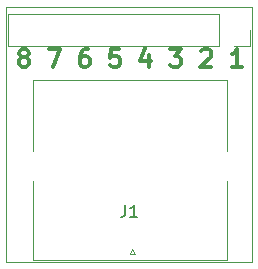
<source format=gbr>
G04 #@! TF.GenerationSoftware,KiCad,Pcbnew,(6.0.0)*
G04 #@! TF.CreationDate,2022-07-24T20:25:18-05:00*
G04 #@! TF.ProjectId,RJ45Breakout,524a3435-4272-4656-916b-6f75742e6b69,rev?*
G04 #@! TF.SameCoordinates,Original*
G04 #@! TF.FileFunction,Legend,Top*
G04 #@! TF.FilePolarity,Positive*
%FSLAX46Y46*%
G04 Gerber Fmt 4.6, Leading zero omitted, Abs format (unit mm)*
G04 Created by KiCad (PCBNEW (6.0.0)) date 2022-07-24 20:25:18*
%MOMM*%
%LPD*%
G01*
G04 APERTURE LIST*
G04 #@! TA.AperFunction,Profile*
%ADD10C,0.050000*%
G04 #@! TD*
%ADD11C,0.300000*%
%ADD12C,0.150000*%
%ADD13C,0.120000*%
G04 APERTURE END LIST*
D10*
X161190000Y-92530000D02*
X161200000Y-114160000D01*
X140410000Y-114160000D02*
X140410000Y-92530000D01*
X161200000Y-114160000D02*
X140410000Y-114160000D01*
X140410000Y-92530000D02*
X161190000Y-92530000D01*
D11*
X141757142Y-96771428D02*
X141614285Y-96700000D01*
X141542857Y-96628571D01*
X141471428Y-96485714D01*
X141471428Y-96414285D01*
X141542857Y-96271428D01*
X141614285Y-96200000D01*
X141757142Y-96128571D01*
X142042857Y-96128571D01*
X142185714Y-96200000D01*
X142257142Y-96271428D01*
X142328571Y-96414285D01*
X142328571Y-96485714D01*
X142257142Y-96628571D01*
X142185714Y-96700000D01*
X142042857Y-96771428D01*
X141757142Y-96771428D01*
X141614285Y-96842857D01*
X141542857Y-96914285D01*
X141471428Y-97057142D01*
X141471428Y-97342857D01*
X141542857Y-97485714D01*
X141614285Y-97557142D01*
X141757142Y-97628571D01*
X142042857Y-97628571D01*
X142185714Y-97557142D01*
X142257142Y-97485714D01*
X142328571Y-97342857D01*
X142328571Y-97057142D01*
X142257142Y-96914285D01*
X142185714Y-96842857D01*
X142042857Y-96771428D01*
X143971428Y-96128571D02*
X144971428Y-96128571D01*
X144328571Y-97628571D01*
X147328571Y-96128571D02*
X147042857Y-96128571D01*
X146900000Y-96200000D01*
X146828571Y-96271428D01*
X146685714Y-96485714D01*
X146614285Y-96771428D01*
X146614285Y-97342857D01*
X146685714Y-97485714D01*
X146757142Y-97557142D01*
X146900000Y-97628571D01*
X147185714Y-97628571D01*
X147328571Y-97557142D01*
X147400000Y-97485714D01*
X147471428Y-97342857D01*
X147471428Y-96985714D01*
X147400000Y-96842857D01*
X147328571Y-96771428D01*
X147185714Y-96700000D01*
X146900000Y-96700000D01*
X146757142Y-96771428D01*
X146685714Y-96842857D01*
X146614285Y-96985714D01*
X149971428Y-96128571D02*
X149257142Y-96128571D01*
X149185714Y-96842857D01*
X149257142Y-96771428D01*
X149400000Y-96700000D01*
X149757142Y-96700000D01*
X149900000Y-96771428D01*
X149971428Y-96842857D01*
X150042857Y-96985714D01*
X150042857Y-97342857D01*
X149971428Y-97485714D01*
X149900000Y-97557142D01*
X149757142Y-97628571D01*
X149400000Y-97628571D01*
X149257142Y-97557142D01*
X149185714Y-97485714D01*
X152471428Y-96628571D02*
X152471428Y-97628571D01*
X152114285Y-96057142D02*
X151757142Y-97128571D01*
X152685714Y-97128571D01*
X154257142Y-96128571D02*
X155185714Y-96128571D01*
X154685714Y-96700000D01*
X154900000Y-96700000D01*
X155042857Y-96771428D01*
X155114285Y-96842857D01*
X155185714Y-96985714D01*
X155185714Y-97342857D01*
X155114285Y-97485714D01*
X155042857Y-97557142D01*
X154900000Y-97628571D01*
X154471428Y-97628571D01*
X154328571Y-97557142D01*
X154257142Y-97485714D01*
X156900000Y-96271428D02*
X156971428Y-96200000D01*
X157114285Y-96128571D01*
X157471428Y-96128571D01*
X157614285Y-96200000D01*
X157685714Y-96271428D01*
X157757142Y-96414285D01*
X157757142Y-96557142D01*
X157685714Y-96771428D01*
X156828571Y-97628571D01*
X157757142Y-97628571D01*
X160328571Y-97628571D02*
X159471428Y-97628571D01*
X159900000Y-97628571D02*
X159900000Y-96128571D01*
X159757142Y-96342857D01*
X159614285Y-96485714D01*
X159471428Y-96557142D01*
D12*
X150466466Y-109302300D02*
X150466466Y-110016586D01*
X150418847Y-110159443D01*
X150323609Y-110254681D01*
X150180752Y-110302300D01*
X150085514Y-110302300D01*
X151466466Y-110302300D02*
X150895038Y-110302300D01*
X151180752Y-110302300D02*
X151180752Y-109302300D01*
X151085514Y-109445158D01*
X150990276Y-109540396D01*
X150895038Y-109588015D01*
D13*
X142672460Y-98762820D02*
X142672460Y-104775000D01*
X151048720Y-113019840D02*
X150835360Y-113451640D01*
X142674340Y-107271820D02*
X142672460Y-114002820D01*
X142672460Y-114002820D02*
X159082460Y-114002820D01*
X151274780Y-113451640D02*
X151048720Y-113019840D01*
X150835360Y-113451640D02*
X151274780Y-113451640D01*
X142672460Y-98762820D02*
X159082460Y-98762820D01*
X159082460Y-98762820D02*
X159082460Y-104775000D01*
X159084340Y-107271820D02*
X159082460Y-114002820D01*
X158420000Y-93160000D02*
X140580000Y-93160000D01*
X140580000Y-93160000D02*
X140580000Y-95820000D01*
X161020000Y-94490000D02*
X161020000Y-95820000D01*
X158420000Y-95820000D02*
X140580000Y-95820000D01*
X158420000Y-93160000D02*
X158420000Y-95820000D01*
X161020000Y-95820000D02*
X159690000Y-95820000D01*
M02*

</source>
